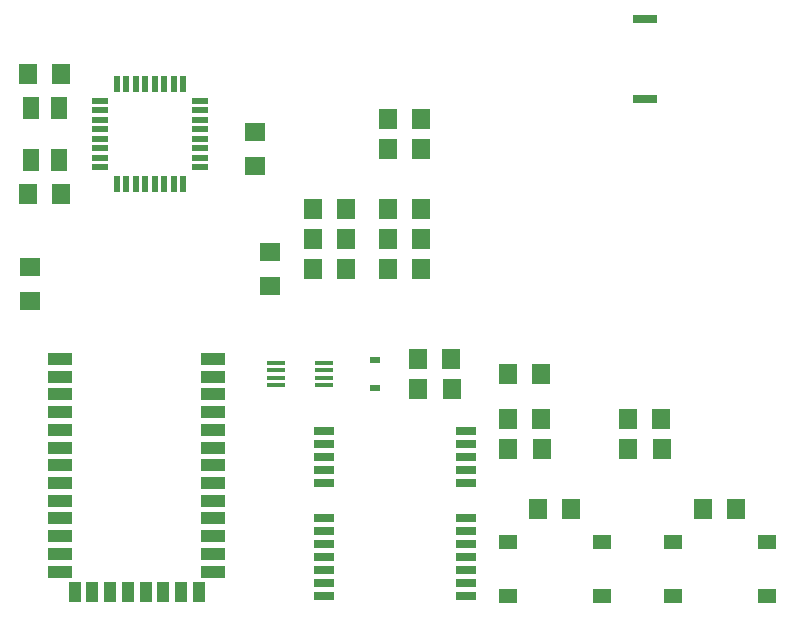
<source format=gtp>
G75*
%MOIN*%
%OFA0B0*%
%FSLAX25Y25*%
%IPPOS*%
%LPD*%
%AMOC8*
5,1,8,0,0,1.08239X$1,22.5*
%
%ADD10R,0.07087X0.06299*%
%ADD11R,0.06299X0.07087*%
%ADD12R,0.03268X0.02480*%
%ADD13R,0.06000X0.01800*%
%ADD14R,0.07874X0.02953*%
%ADD15R,0.06299X0.07098*%
%ADD16R,0.05512X0.07480*%
%ADD17R,0.06102X0.05118*%
%ADD18R,0.07087X0.03150*%
%ADD19R,0.07874X0.03937*%
%ADD20R,0.03937X0.07087*%
%ADD21R,0.05800X0.02000*%
%ADD22R,0.02000X0.05800*%
D10*
X0027896Y0120835D03*
X0027896Y0131858D03*
X0102896Y0165835D03*
X0102896Y0176858D03*
X0107896Y0136858D03*
X0107896Y0125835D03*
D11*
X0122384Y0131346D03*
X0133408Y0131346D03*
X0133408Y0141346D03*
X0133408Y0151346D03*
X0122384Y0151346D03*
X0122384Y0141346D03*
X0147384Y0141346D03*
X0158408Y0141346D03*
X0158408Y0151346D03*
X0147384Y0151346D03*
X0147384Y0131346D03*
X0158408Y0131346D03*
X0157384Y0101346D03*
X0168408Y0101346D03*
X0187384Y0096346D03*
X0198408Y0096346D03*
X0198408Y0081346D03*
X0187384Y0081346D03*
X0197384Y0051346D03*
X0208408Y0051346D03*
X0227384Y0081346D03*
X0238408Y0081346D03*
X0252384Y0051346D03*
X0263408Y0051346D03*
X0158408Y0171346D03*
X0147384Y0171346D03*
X0147384Y0181346D03*
X0158408Y0181346D03*
X0038408Y0196346D03*
X0027384Y0196346D03*
X0027384Y0156346D03*
X0038408Y0156346D03*
D12*
X0142896Y0100874D03*
X0142896Y0091819D03*
D13*
X0125896Y0092546D03*
X0125896Y0095046D03*
X0125896Y0097646D03*
X0125896Y0100146D03*
X0109896Y0100146D03*
X0109896Y0097646D03*
X0109896Y0095046D03*
X0109896Y0092546D03*
D14*
X0232896Y0187961D03*
X0232896Y0214732D03*
D15*
X0168494Y0091346D03*
X0157298Y0091346D03*
X0187298Y0071346D03*
X0198494Y0071346D03*
X0227298Y0071346D03*
X0238494Y0071346D03*
D16*
X0037620Y0167685D03*
X0028172Y0167685D03*
X0028172Y0185008D03*
X0037620Y0185008D03*
D17*
X0187246Y0040205D03*
X0187246Y0022488D03*
X0218546Y0022488D03*
X0218546Y0040205D03*
X0242246Y0040205D03*
X0242246Y0022488D03*
X0273546Y0022488D03*
X0273546Y0040205D03*
D18*
X0173093Y0039535D03*
X0173093Y0035205D03*
X0173093Y0030874D03*
X0173093Y0026543D03*
X0173093Y0022213D03*
X0173093Y0043866D03*
X0173093Y0048197D03*
X0173093Y0060008D03*
X0173093Y0064339D03*
X0173093Y0068669D03*
X0173093Y0073000D03*
X0173093Y0077331D03*
X0125849Y0077331D03*
X0125849Y0073000D03*
X0125849Y0068669D03*
X0125849Y0064339D03*
X0125849Y0060008D03*
X0125849Y0048197D03*
X0125849Y0043866D03*
X0125849Y0039535D03*
X0125849Y0035205D03*
X0125849Y0030874D03*
X0125849Y0026543D03*
X0125849Y0022213D03*
D19*
X0037896Y0030480D03*
X0037896Y0036386D03*
X0037896Y0042291D03*
X0037896Y0048197D03*
X0037896Y0054102D03*
X0037896Y0060008D03*
X0037896Y0065913D03*
X0037896Y0071819D03*
X0037896Y0077724D03*
X0037896Y0083630D03*
X0037896Y0089535D03*
X0037896Y0095441D03*
X0037896Y0101346D03*
X0089077Y0101346D03*
X0089077Y0095441D03*
X0089077Y0089535D03*
X0089077Y0083630D03*
X0089077Y0077724D03*
X0089077Y0071819D03*
X0089077Y0065913D03*
X0089077Y0060008D03*
X0089077Y0054102D03*
X0089077Y0048197D03*
X0089077Y0042291D03*
X0089077Y0036386D03*
X0089077Y0030480D03*
D20*
X0084156Y0023591D03*
X0078250Y0023591D03*
X0072345Y0023591D03*
X0066439Y0023591D03*
X0060534Y0023591D03*
X0054628Y0023591D03*
X0048723Y0023591D03*
X0042817Y0023591D03*
D21*
X0051196Y0165346D03*
X0051196Y0168446D03*
X0051196Y0171646D03*
X0051196Y0174746D03*
X0051196Y0177946D03*
X0051196Y0181046D03*
X0051196Y0184246D03*
X0051196Y0187346D03*
X0084596Y0187346D03*
X0084596Y0184246D03*
X0084596Y0181046D03*
X0084596Y0177946D03*
X0084596Y0174746D03*
X0084596Y0171646D03*
X0084596Y0168446D03*
X0084596Y0165346D03*
D22*
X0078896Y0159646D03*
X0075796Y0159646D03*
X0072596Y0159646D03*
X0069496Y0159646D03*
X0066296Y0159646D03*
X0063196Y0159646D03*
X0059996Y0159646D03*
X0056896Y0159646D03*
X0056896Y0193046D03*
X0059996Y0193046D03*
X0063196Y0193046D03*
X0066296Y0193046D03*
X0069496Y0193046D03*
X0072596Y0193046D03*
X0075796Y0193046D03*
X0078896Y0193046D03*
M02*

</source>
